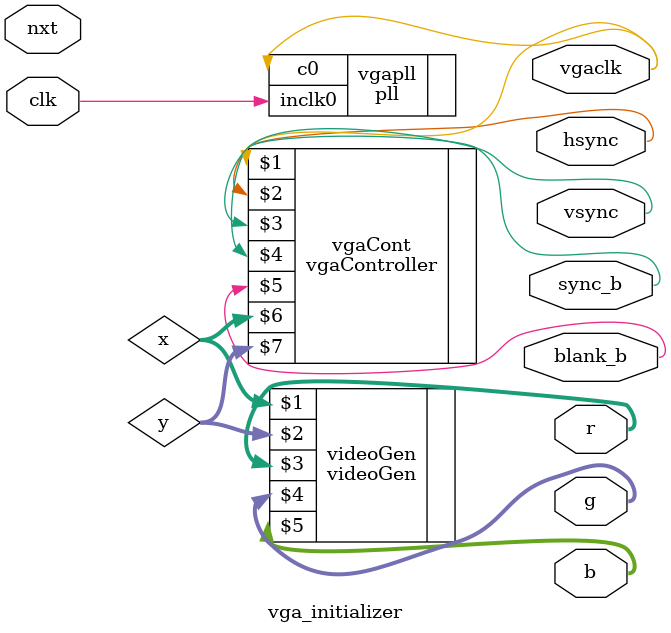
<source format=sv>
module vga_initializer(input logic clk, nxt,
			  output logic vgaclk, // 25.175 MHz VGA clock
			  output logic hsync, vsync,
			  output logic sync_b, blank_b, // To monitor 
			  output logic [7:0] r, g, b);
			  
	logic [9:0] x, y;
	
	// Modulo para obtener 25MHz
	pll vgapll(.inclk0(clk), .c0(vgaclk));

	// Generador de señales para el monitor
	vgaController vgaCont(vgaclk, hsync, vsync, sync_b, blank_b, x, y);
	
	// Modulo para pintar la pantalla
	videoGen videoGen(x, y, r, g, b);
endmodule
</source>
